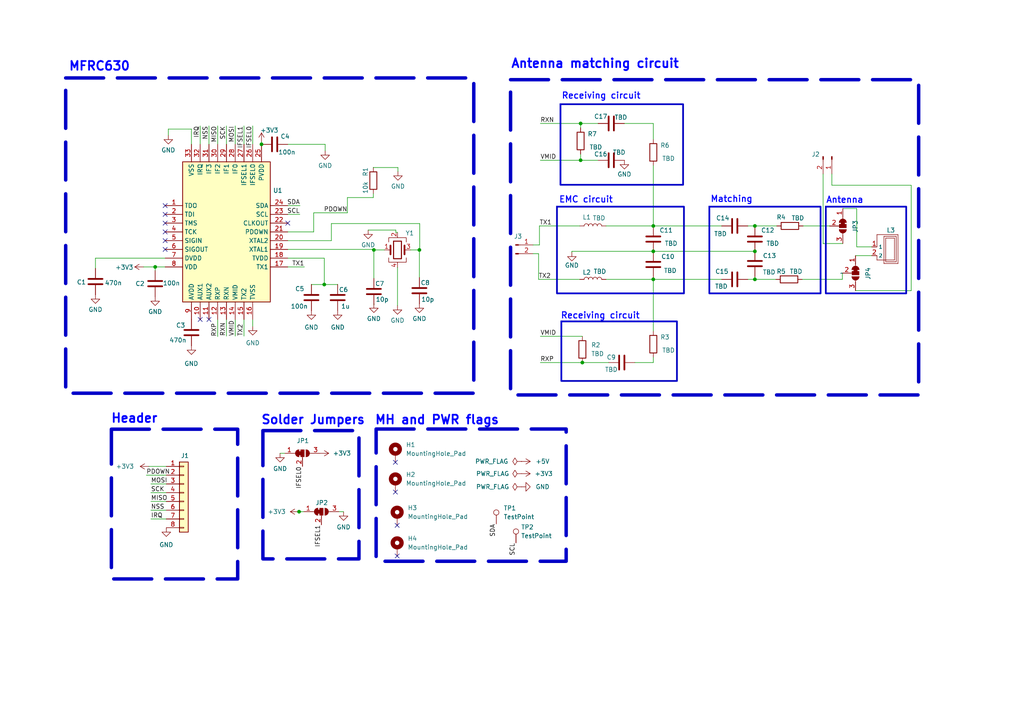
<source format=kicad_sch>
(kicad_sch (version 20230121) (generator eeschema)
  (paper "A4")
  (title_block (title "NFC_Programmer") (date "2023-11-25") (rev "2.0") (company "TycheTools"))
  (lib_symbols
    (symbol "Connector:Conn_01x02_Pin" (pin_names (offset 1.016) hide)
      (property "Reference" "J" (at 0 2.54 0))
      (property "Value" "Conn_01x02_Pin" (at 0 -5.08 0))
      (symbol "Conn_01x02_Pin_1_1"
        (polyline (pts (xy 1.27 -2.54) (xy 0.8636 -2.54)) (stroke (width 0.1524)))
        (polyline (pts (xy 1.27 0) (xy 0.8636 0)) (stroke (width 0.1524)))
        (rectangle (start 0.8636 -2.413) (end 0 -2.667) (stroke (width 0.1524)) (fill (type outline)))
        (rectangle (start 0.8636 0.127) (end 0 -0.127) (stroke (width 0.1524)) (fill (type outline)))
        (pin passive line (at 5.08 0 180) (length 3.81) (name "Pin_1") (number "1"))
        (pin passive line (at 5.08 -2.54 180) (length 3.81) (name "Pin_2") (number "2"))
      )
    )
    (symbol "Connector:TestPoint" (pin_numbers hide) (pin_names (offset 0.762) hide)
      (property "Reference" "TP" (at 0 6.858 0))
      (property "Value" "TestPoint" (at 0 5.08 0))
      (symbol "TestPoint_0_1"
        (circle (center 0 3.302) (radius 0.762))
      )
      (symbol "TestPoint_1_1"
        (pin passive line (at 0 0 90) (length 2.54) (name "1") (number "1"))
      )
    )
    (symbol "Connector_Generic:Conn_01x08" (pin_names (offset 1.016) hide)
      (property "Reference" "J" (at 0 10.16 0))
      (property "Value" "Conn_01x08" (at 0 -12.7 0))
      (symbol "Conn_01x08_1_1"
        (rectangle (start -1.27 -10.033) (end 0 -10.287) (stroke (width 0.1524)))
        (rectangle (start -1.27 -7.493) (end 0 -7.747) (stroke (width 0.1524)))
        (rectangle (start -1.27 -4.953) (end 0 -5.207) (stroke (width 0.1524)))
        (rectangle (start -1.27 -2.413) (end 0 -2.667) (stroke (width 0.1524)))
        (rectangle (start -1.27 0.127) (end 0 -0.127) (stroke (width 0.1524)))
        (rectangle (start -1.27 2.667) (end 0 2.413) (stroke (width 0.1524)))
        (rectangle (start -1.27 5.207) (end 0 4.953) (stroke (width 0.1524)))
        (rectangle (start -1.27 7.747) (end 0 7.493) (stroke (width 0.1524)))
        (rectangle (start -1.27 8.89) (end 1.27 -11.43) (stroke (width 0.254)) (fill (type background)))
        (pin passive line (at -5.08 7.62 0) (length 3.81) (name "Pin_1") (number "1"))
        (pin passive line (at -5.08 5.08 0) (length 3.81) (name "Pin_2") (number "2"))
        (pin passive line (at -5.08 2.54 0) (length 3.81) (name "Pin_3") (number "3"))
        (pin passive line (at -5.08 0 0) (length 3.81) (name "Pin_4") (number "4"))
        (pin passive line (at -5.08 -2.54 0) (length 3.81) (name "Pin_5") (number "5"))
        (pin passive line (at -5.08 -5.08 0) (length 3.81) (name "Pin_6") (number "6"))
        (pin passive line (at -5.08 -7.62 0) (length 3.81) (name "Pin_7") (number "7"))
        (pin passive line (at -5.08 -10.16 0) (length 3.81) (name "Pin_8") (number "8"))
      )
    )
    (symbol "Device:C" (pin_numbers hide) (pin_names (offset 0.254))
      (property "Reference" "C" (at 0.635 2.54 0))
      (property "Value" "C" (at 0.635 -2.54 0))
      (symbol "C_0_1"
        (polyline (pts (xy -2.032 -0.762) (xy 2.032 -0.762)) (stroke (width 0.508)))
        (polyline (pts (xy -2.032 0.762) (xy 2.032 0.762)) (stroke (width 0.508)))
      )
      (symbol "C_1_1"
        (pin passive line (at 0 3.81 270) (length 2.794) (name "~") (number "1"))
        (pin passive line (at 0 -3.81 90) (length 2.794) (name "~") (number "2"))
      )
    )
    (symbol "Device:Crystal_GND24" (pin_names (offset 1.016) hide)
      (property "Reference" "Y" (at 3.175 5.08 0))
      (property "Value" "Crystal_GND24" (at 3.175 3.175 0))
      (symbol "Crystal_GND24_0_1"
        (rectangle (start -1.143 2.54) (end 1.143 -2.54) (stroke (width 0.3048)))
        (polyline (pts (xy -2.54 0) (xy -2.032 0)))
        (polyline (pts (xy -2.032 -1.27) (xy -2.032 1.27)) (stroke (width 0.508)))
        (polyline (pts (xy 0 -3.81) (xy 0 -3.556)))
        (polyline (pts (xy 0 3.556) (xy 0 3.81)))
        (polyline (pts (xy 2.032 -1.27) (xy 2.032 1.27)) (stroke (width 0.508)))
        (polyline (pts (xy 2.032 0) (xy 2.54 0)))
        (polyline (pts (xy -2.54 -2.286) (xy -2.54 -3.556) (xy 2.54 -3.556) (xy 2.54 -2.286)))
        (polyline (pts (xy -2.54 2.286) (xy -2.54 3.556) (xy 2.54 3.556) (xy 2.54 2.286)))
      )
      (symbol "Crystal_GND24_1_1"
        (pin passive line (at -3.81 0 0) (length 1.27) (name "1") (number "1"))
        (pin passive line (at 0 5.08 270) (length 1.27) (name "2") (number "2"))
        (pin passive line (at 3.81 0 180) (length 1.27) (name "3") (number "3"))
        (pin passive line (at 0 -5.08 90) (length 1.27) (name "4") (number "4"))
      )
    )
    (symbol "Device:L" (pin_numbers hide) (pin_names (offset 1.016) hide)
      (property "Reference" "L" (at -1.27 0 90))
      (property "Value" "L" (at 1.905 0 90))
      (symbol "L_0_1"
        (arc (start 0 -2.54) (mid 0.6323 -1.905) (end 0 -1.27))
        (arc (start 0 -1.27) (mid 0.6323 -0.635) (end 0 0))
        (arc (start 0 0) (mid 0.6323 0.635) (end 0 1.27))
        (arc (start 0 1.27) (mid 0.6323 1.905) (end 0 2.54))
      )
      (symbol "L_1_1"
        (pin passive line (at 0 3.81 270) (length 1.27) (name "1") (number "1"))
        (pin passive line (at 0 -3.81 90) (length 1.27) (name "2") (number "2"))
      )
    )
    (symbol "Device:R" (pin_numbers hide) (pin_names (offset 0))
      (property "Reference" "R" (at 2.032 0 90))
      (property "Value" "R" (at 0 0 90))
      (symbol "R_0_1"
        (rectangle (start -1.016 -2.54) (end 1.016 2.54) (stroke (width 0.254)))
      )
      (symbol "R_1_1"
        (pin passive line (at 0 3.81 270) (length 1.27) (name "~") (number "1"))
        (pin passive line (at 0 -3.81 90) (length 1.27) (name "~") (number "2"))
      )
    )
    (symbol "Jumper:SolderJumper_3_Bridged12" (pin_names (offset 0) hide)
      (property "Reference" "JP" (at -2.54 -2.54 0))
      (property "Value" "SolderJumper_3_Bridged12" (at 0 2.794 0))
      (symbol "SolderJumper_3_Bridged12_0_1"
        (rectangle (start -1.016 0.508) (end -0.508 -0.508) (fill (type outline)))
        (arc (start -1.016 1.016) (mid -2.0276 0) (end -1.016 -1.016))
        (arc (start -1.016 1.016) (mid -2.0276 0) (end -1.016 -1.016) (fill (type outline)))
        (rectangle (start -0.508 1.016) (end 0.508 -1.016) (fill (type outline)))
        (polyline (pts (xy -2.54 0) (xy -2.032 0)))
        (polyline (pts (xy -1.016 1.016) (xy -1.016 -1.016)))
        (polyline (pts (xy 0 -1.27) (xy 0 -1.016)))
        (polyline (pts (xy 1.016 1.016) (xy 1.016 -1.016)))
        (polyline (pts (xy 2.54 0) (xy 2.032 0)))
        (arc (start 1.016 -1.016) (mid 2.0276 0) (end 1.016 1.016))
        (arc (start 1.016 -1.016) (mid 2.0276 0) (end 1.016 1.016) (fill (type outline)))
      )
      (symbol "SolderJumper_3_Bridged12_1_1"
        (pin passive line (at -5.08 0 0) (length 2.54) (name "A") (number "1"))
        (pin passive line (at 0 -3.81 90) (length 2.54) (name "C") (number "2"))
        (pin passive line (at 5.08 0 180) (length 2.54) (name "B") (number "3"))
      )
    )
    (symbol "LIB2:Antenna_L"
      (property "Reference" "L" (at 6.35 8.89 0))
      (symbol "Antenna_L_0_1"
        (polyline (pts (xy 10.16 3.81) (xy 15.24 3.81)))
        (polyline (pts (xy 10.16 5.08) (xy 10.16 3.81)))
        (polyline (pts (xy 10.16 7.62) (xy 10.16 7.62)))
        (polyline (pts (xy 10.16 7.62) (xy 10.16 11.176)))
        (polyline (pts (xy 12.192 2.794) (xy 16.256 2.794)))
        (polyline (pts (xy 12.192 10.668) (xy 12.192 2.794)))
        (polyline (pts (xy 15.24 3.81) (xy 15.24 10.16)))
        (polyline (pts (xy 15.24 10.16) (xy 12.7 10.16)))
        (polyline (pts (xy 16.256 2.794) (xy 16.256 11.176)))
        (polyline (pts (xy 16.256 11.176) (xy 10.16 11.176)))
        (polyline (pts (xy 15.748 10.414) (xy 15.748 10.668) (xy 12.192 10.668)))
        (polyline (pts (xy 12.7 10.16) (xy 12.7 3.302) (xy 15.748 3.302) (xy 15.748 10.414)))
      )
      (symbol "Antenna_L_1_0"
        (pin power_in line (at 8.636 7.62 0) (length 1.5) (name "1") (number "1"))
        (pin power_out line (at 8.636 5.08 0) (length 1.5) (name "2") (number "2"))
      )
    )
    (symbol "MFRC63002HN_151:MFRC63002HN,151"
      (property "Reference" "IC" (at 31.75 17.78 0))
      (property "Value" "MFRC63002HN,151" (at 31.75 15.24 0))
      (symbol "MFRC63002HN,151_1_1"
        (rectangle (start 5.08 12.7) (end 30.48 -27.94) (stroke (width 0.254)) (fill (type background)))
        (pin output line (at 0 0 0) (length 5.08) (name "TDO") (number "1"))
        (pin output line (at 10.16 -33.02 90) (length 5.08) (name "AUX1") (number "10"))
        (pin output line (at 12.7 -33.02 90) (length 5.08) (name "AUX2") (number "11"))
        (pin input line (at 15.24 -33.02 90) (length 5.08) (name "RXP") (number "12"))
        (pin input line (at 17.78 -33.02 90) (length 5.08) (name "RXN") (number "13"))
        (pin power_in line (at 20.32 -33.02 90) (length 5.08) (name "VMID") (number "14"))
        (pin output line (at 22.86 -33.02 90) (length 5.08) (name "TX2") (number "15"))
        (pin power_in line (at 25.4 -33.02 90) (length 5.08) (name "TVSS") (number "16"))
        (pin output line (at 35.56 -17.78 180) (length 5.08) (name "TX1") (number "17"))
        (pin power_in line (at 35.56 -15.24 180) (length 5.08) (name "TVDD") (number "18"))
        (pin input line (at 35.56 -12.7 180) (length 5.08) (name "XTAL1") (number "19"))
        (pin input line (at 0 -2.54 0) (length 5.08) (name "TDI") (number "2"))
        (pin output line (at 35.56 -10.16 180) (length 5.08) (name "XTAL2") (number "20"))
        (pin input line (at 35.56 -7.62 180) (length 5.08) (name "PDOWN") (number "21"))
        (pin output line (at 35.56 -5.08 180) (length 5.08) (name "CLKOUT") (number "22"))
        (pin output line (at 35.56 -2.54 180) (length 5.08) (name "SCL") (number "23"))
        (pin bidirectional line (at 35.56 0 180) (length 5.08) (name "SDA") (number "24"))
        (pin power_in line (at 27.94 17.78 270) (length 5.08) (name "PVDD") (number "25"))
        (pin input line (at 25.4 17.78 270) (length 5.08) (name "IFSEL0") (number "26"))
        (pin input line (at 22.86 17.78 270) (length 5.08) (name "IFSEL1") (number "27"))
        (pin bidirectional line (at 20.32 17.78 270) (length 5.08) (name "IF0") (number "28"))
        (pin bidirectional line (at 17.78 17.78 270) (length 5.08) (name "IF1") (number "29"))
        (pin input line (at 0 -5.08 0) (length 5.08) (name "TMS") (number "3"))
        (pin bidirectional line (at 15.24 17.78 270) (length 5.08) (name "IF2") (number "30"))
        (pin bidirectional line (at 12.7 17.78 270) (length 5.08) (name "IF3") (number "31"))
        (pin output line (at 10.16 17.78 270) (length 5.08) (name "IRQ") (number "32"))
        (pin power_in line (at 7.62 17.78 270) (length 5.08) (name "VSS") (number "33"))
        (pin input line (at 0 -7.62 0) (length 5.08) (name "TCK") (number "4"))
        (pin input line (at 0 -10.16 0) (length 5.08) (name "SIGIN") (number "5"))
        (pin output line (at 0 -12.7 0) (length 5.08) (name "SIGOUT") (number "6"))
        (pin power_in line (at 0 -15.24 0) (length 5.08) (name "DVDD") (number "7"))
        (pin power_in line (at 0 -17.78 0) (length 5.08) (name "VDD") (number "8"))
        (pin power_in line (at 7.62 -33.02 90) (length 5.08) (name "AVDD") (number "9"))
      )
    )
    (symbol "Mechanical:MountingHole_Pad" (pin_numbers hide) (pin_names (offset 1.016) hide)
      (property "Reference" "H" (at 0 6.35 0))
      (property "Value" "MountingHole_Pad" (at 0 4.445 0))
      (symbol "MountingHole_Pad_0_1"
        (circle (center 0 1.27) (radius 1.27) (stroke (width 1.27)))
      )
      (symbol "MountingHole_Pad_1_1"
        (pin input line (at 0 -2.54 90) (length 2.54) (name "1") (number "1"))
      )
    )
    (symbol "power:+3V3" (power) (pin_names (offset 0))
      (property "Value" "+3V3" (at 0 3.556 0))
      (symbol "+3V3_0_1"
        (polyline (pts (xy -0.762 1.27) (xy 0 2.54)))
        (polyline (pts (xy 0 0) (xy 0 2.54)))
        (polyline (pts (xy 0 2.54) (xy 0.762 1.27)))
      )
      (symbol "+3V3_1_1"
        (pin power_in line (at 0 0 90) (length 0) hide (name "+3V3") (number "1"))
      )
    )
    (symbol "power:+5V" (power) (pin_names (offset 0))
      (property "Value" "+5V" (at 0 3.556 0))
      (symbol "+5V_0_1"
        (polyline (pts (xy -0.762 1.27) (xy 0 2.54)))
        (polyline (pts (xy 0 0) (xy 0 2.54)))
        (polyline (pts (xy 0 2.54) (xy 0.762 1.27)))
      )
      (symbol "+5V_1_1"
        (pin power_in line (at 0 0 90) (length 0) hide (name "+5V") (number "1"))
      )
    )
    (symbol "power:GND" (power) (pin_names (offset 0))
      (property "Value" "GND" (at 0 -3.81 0))
      (symbol "GND_0_1"
        (polyline (pts (xy 0 0) (xy 0 -1.27) (xy 1.27 -1.27) (xy 0 -2.54) (xy -1.27 -1.27) (xy 0 -1.27)))
      )
      (symbol "GND_1_1"
        (pin power_in line (at 0 0 270) (length 0) hide (name "GND") (number "1"))
      )
    )
    (symbol "power:PWR_FLAG" (power) (pin_numbers hide) (pin_names (offset 0) hide)
      (property "Value" "PWR_FLAG" (at 0 3.81 0))
      (symbol "PWR_FLAG_0_0"
        (pin power_out line (at 0 0 90) (length 0) (name "pwr") (number "1"))
      )
      (symbol "PWR_FLAG_0_1"
        (polyline (pts (xy 0 0) (xy 0 1.27) (xy -1.016 1.905) (xy 0 2.54) (xy 1.016 1.905) (xy 0 1.27)))
      )
    )
  )
  (junction (at 45.0088 77.4192))
  (junction (at 189.484 72.898))
  (junction (at 218.948 81.026))
  (junction (at 218.948 72.898))
  (junction (at 86.741 148.4122))
  (junction (at 189.484 81.026))
  (junction (at 94.0562 82.5246))
  (junction (at 189.484 65.532))
  (junction (at 121.6406 72.4916))
  (junction (at 75.8444 41.8592))
  (junction (at 218.948 65.532))
  (junction (at 108.4326 72.4916))
  (junction (at 168.402 35.814))
  (junction (at 168.91 105.156))
  (junction (at 168.402 46.482))
  (no_connect (at 60.6044 92.6592))
  (no_connect (at 114.681 142.7226))
  (no_connect (at 47.9044 59.6392))
  (no_connect (at 47.9044 64.7192))
  (no_connect (at 115.189 161.2646))
  (no_connect (at 58.0644 92.6592))
  (no_connect (at 83.4644 64.7192))
  (no_connect (at 114.681 134.0866))
  (no_connect (at 115.189 152.3746))
  (no_connect (at 47.9044 72.3392))
  (no_connect (at 47.9044 62.1792))
  (no_connect (at 47.9044 69.7992))
  (no_connect (at 47.9044 67.2592))
  (wire (pts (xy 94.3102 41.8592) (xy 94.3102 43.7134)))
  (wire (pts (xy 238.7346 70.612) (xy 238.7346 50.4698)))
  (wire (pts (xy 121.7422 64.8462) (xy 121.7422 72.4154)))
  (wire (pts (xy 165.862 72.898) (xy 189.484 72.898)))
  (wire (pts (xy 73.3044 92.6592) (xy 73.3044 94.6404)))
  (wire (pts (xy 99.6442 148.4122) (xy 98.298 148.4122)))
  (wire (pts (xy 119.1006 72.4916) (xy 121.6406 72.4916)))
  (wire (pts (xy 189.484 105.156) (xy 184.15 105.156)))
  (wire (pts (xy 114.808 66.7258) (xy 114.808 67.4116)))
  (wire (pts (xy 218.948 81.026) (xy 225.044 81.026)))
  (wire (pts (xy 189.484 65.532) (xy 209.296 65.532)))
  (wire (pts (xy 232.664 81.026) (xy 244.3226 81.026)))
  (wire (pts (xy 43.7642 145.4404) (xy 48.2346 145.4404)))
  (wire (pts (xy 218.948 72.644) (xy 218.948 72.898)))
  (wire (pts (xy 45.0088 77.4192) (xy 47.9044 77.4192)))
  (wire (pts (xy 65.6844 36.5252) (xy 65.6844 41.8592)))
  (wire (pts (xy 240.6396 65.532) (xy 240.6396 65.5574)))
  (wire (pts (xy 94.0562 82.5246) (xy 97.9424 82.5246)))
  (wire (pts (xy 156.718 46.482) (xy 168.402 46.482)))
  (wire (pts (xy 168.402 35.814) (xy 173.482 35.814)))
  (wire (pts (xy 156.21 81.026) (xy 168.148 81.026)))
  (wire (pts (xy 83.4644 72.3392) (xy 108.3564 72.3392)))
  (wire (pts (xy 156.718 97.536) (xy 168.91 97.536)))
  (wire (pts (xy 156.718 35.814) (xy 168.402 35.814)))
  (wire (pts (xy 90.9828 61.722) (xy 100.7618 61.722)))
  (wire (pts (xy 63.1444 92.6592) (xy 63.1444 97.6122)))
  (wire (pts (xy 65.6844 92.6592) (xy 65.6844 97.4852)))
  (wire (pts (xy 115.2906 77.5716) (xy 115.2906 88.6206)))
  (wire (pts (xy 108.4326 88.3666) (xy 108.4326 88.1126)))
  (wire (pts (xy 100.7618 57.3024) (xy 108.2802 57.3024)))
  (wire (pts (xy 108.2802 48.5902) (xy 108.2802 48.5648)))
  (wire (pts (xy 121.6406 72.4916) (xy 121.6406 80.4926)))
  (wire (pts (xy 168.402 44.704) (xy 168.402 46.482)))
  (wire (pts (xy 90.9828 67.2592) (xy 83.4644 67.2592)))
  (wire (pts (xy 43.7642 147.9804) (xy 48.2346 147.9804)))
  (wire (pts (xy 106.7816 66.7258) (xy 114.808 66.7258)))
  (wire (pts (xy 264.287 84.3026) (xy 264.287 53.721)))
  (wire (pts (xy 181.102 35.814) (xy 189.484 35.814)))
  (wire (pts (xy 189.484 72.898) (xy 218.948 72.898)))
  (wire (pts (xy 154.6098 73.5838) (xy 156.21 73.5838)))
  (wire (pts (xy 100.7618 61.722) (xy 100.7618 57.3024)))
  (wire (pts (xy 189.484 81.026) (xy 189.484 96.012)))
  (wire (pts (xy 27.686 74.8792) (xy 47.9044 74.8792)))
  (wire (pts (xy 238.76 70.612) (xy 238.7346 70.612)))
  (wire (pts (xy 108.3564 72.3392) (xy 108.3564 72.4916)))
  (wire (pts (xy 252.8316 71.6026) (xy 248.4882 71.6026)))
  (wire (pts (xy 45.0088 77.4192) (xy 45.0088 78.4606)))
  (wire (pts (xy 218.948 65.532) (xy 225.298 65.532)))
  (wire (pts (xy 73.3044 36.5252) (xy 73.3044 41.8592)))
  (wire (pts (xy 90.3224 82.5246) (xy 90.3224 82.4992)))
  (wire (pts (xy 83.4644 69.7992) (xy 96.1136 69.7992)))
  (wire (pts (xy 165.862 72.898) (xy 165.862 73.152)))
  (wire (pts (xy 108.3564 72.4916) (xy 108.4326 72.4916)))
  (wire (pts (xy 216.916 65.532) (xy 218.948 65.532)))
  (wire (pts (xy 244.3226 81.026) (xy 244.3226 79.2226)))
  (wire (pts (xy 156.464 65.532) (xy 168.148 65.532)))
  (wire (pts (xy 189.484 35.814) (xy 189.484 40.386)))
  (wire (pts (xy 108.2802 56.1848) (xy 108.2802 57.3024)))
  (wire (pts (xy 175.768 65.532) (xy 189.484 65.532)))
  (wire (pts (xy 42.4434 137.8204) (xy 48.2346 137.8204)))
  (wire (pts (xy 70.7644 92.6592) (xy 70.7644 97.4852)))
  (wire (pts (xy 189.484 81.026) (xy 189.484 80.518)))
  (wire (pts (xy 27.686 74.8792) (xy 27.686 77.851)))
  (wire (pts (xy 189.484 72.898) (xy 189.484 73.152)))
  (wire (pts (xy 86.7156 148.4122) (xy 86.741 148.4122)))
  (wire (pts (xy 68.2244 92.6592) (xy 68.2244 97.4852)))
  (wire (pts (xy 108.2802 48.5902) (xy 115.4176 48.5902)))
  (wire (pts (xy 83.4644 74.8792) (xy 94.0562 74.8792)))
  (wire (pts (xy 83.4644 77.4192) (xy 88.2904 77.4192)))
  (wire (pts (xy 248.4882 60.4774) (xy 248.4882 71.6026)))
  (wire (pts (xy 97.9424 82.5246) (xy 97.9424 82.4992)))
  (wire (pts (xy 218.948 80.264) (xy 218.948 81.026)))
  (wire (pts (xy 58.0644 36.5252) (xy 58.0644 41.8592)))
  (wire (pts (xy 90.3224 82.5246) (xy 94.0562 82.5246)))
  (wire (pts (xy 264.287 53.721) (xy 241.2746 53.721)))
  (wire (pts (xy 189.484 81.026) (xy 209.296 81.026)))
  (wire (pts (xy 48.8188 37.4396) (xy 48.8188 39.2176)))
  (wire (pts (xy 86.9696 62.1792) (xy 83.4644 62.1792)))
  (wire (pts (xy 41.6306 77.4192) (xy 45.0088 77.4192)))
  (wire (pts (xy 96.1136 64.8462) (xy 121.7422 64.8462)))
  (wire (pts (xy 68.2244 36.5252) (xy 68.2244 41.8592)))
  (wire (pts (xy 43.7642 142.9004) (xy 48.2346 142.9004)))
  (wire (pts (xy 115.4176 49.7332) (xy 115.4176 48.5902)))
  (wire (pts (xy 168.402 46.482) (xy 173.482 46.482)))
  (wire (pts (xy 81.2292 131.4704) (xy 82.6516 131.4704)))
  (wire (pts (xy 63.1444 36.5252) (xy 63.1444 41.8592)))
  (wire (pts (xy 248.1326 74.1426) (xy 252.8316 74.1426)))
  (wire (pts (xy 238.76 70.612) (xy 238.76 70.6374)))
  (wire (pts (xy 248.4882 60.4774) (xy 244.4496 60.4774)))
  (wire (pts (xy 108.4326 72.4916) (xy 111.4806 72.4916)))
  (wire (pts (xy 121.7422 72.4154) (xy 121.6406 72.4154)))
  (wire (pts (xy 90.9828 61.722) (xy 90.9828 67.2592)))
  (wire (pts (xy 168.402 35.814) (xy 168.402 37.084)))
  (wire (pts (xy 94.0562 74.8792) (xy 94.0562 82.5246)))
  (wire (pts (xy 156.718 105.156) (xy 168.91 105.156)))
  (wire (pts (xy 248.1326 84.3026) (xy 264.287 84.3026)))
  (wire (pts (xy 232.918 65.532) (xy 240.6396 65.532)))
  (wire (pts (xy 189.484 103.632) (xy 189.484 105.156)))
  (wire (pts (xy 241.2746 50.4698) (xy 241.2746 53.721)))
  (wire (pts (xy 218.948 73.152) (xy 218.948 72.898)))
  (wire (pts (xy 114.808 67.4116) (xy 115.2906 67.4116)))
  (wire (pts (xy 189.484 48.006) (xy 189.484 65.532)))
  (wire (pts (xy 86.741 148.4122) (xy 88.138 148.4122)))
  (wire (pts (xy 87.0204 59.6392) (xy 83.4644 59.6392)))
  (wire (pts (xy 43.7642 140.3604) (xy 48.2346 140.3604)))
  (wire (pts (xy 108.4326 72.4916) (xy 108.4326 80.7466)))
  (wire (pts (xy 43.2054 135.2804) (xy 48.2346 135.2804)))
  (wire (pts (xy 154.6098 71.0438) (xy 156.464 71.0438)))
  (wire (pts (xy 175.768 81.026) (xy 189.484 81.026)))
  (wire (pts (xy 43.7642 150.5204) (xy 48.2346 150.5204)))
  (wire (pts (xy 96.1136 64.8462) (xy 96.1136 69.7992)))
  (wire (pts (xy 75.8444 41.0972) (xy 75.8444 41.8592)))
  (wire (pts (xy 121.6406 72.4154) (xy 121.6406 72.4916)))
  (wire (pts (xy 156.21 73.5838) (xy 156.21 81.026)))
  (wire (pts (xy 48.8188 37.4396) (xy 55.5244 37.4396)))
  (wire (pts (xy 60.6044 36.5252) (xy 60.6044 41.8592)))
  (wire (pts (xy 70.7644 36.5252) (xy 70.7644 41.8592)))
  (wire (pts (xy 216.916 81.026) (xy 218.948 81.026)))
  (wire (pts (xy 83.4644 41.8592) (xy 94.3102 41.8592)))
  (wire (pts (xy 168.91 105.156) (xy 176.53 105.156)))
  (wire (pts (xy 238.76 70.6374) (xy 244.4496 70.6374)))
  (wire (pts (xy 156.464 71.0438) (xy 156.464 65.532)))
  (wire (pts (xy 55.5244 41.8592) (xy 55.5244 37.4396)))
  (rectangle (start 205.74 59.944) (end 237.998 85.09) (stroke (width 0.5)))
  (rectangle (start 148.082 23.114) (end 266.446 114.554) (stroke (width 1) (type dash)))
  (rectangle (start 161.544 59.944) (end 198.374 85.09) (stroke (width 0.5)))
  (rectangle (start 239.522 59.944) (end 262.8392 85.09) (stroke (width 0.5)))
  (rectangle (start 76.2508 124.8918) (end 104.1146 162.1028) (stroke (width 1) (type dash)))
  (rectangle (start 32.3088 124.4854) (end 68.9356 167.9194) (stroke (width 1) (type dash)))
  (rectangle (start 109.093 124.4346) (end 164.211 162.7886) (stroke (width 1) (type dash)))
  (rectangle (start 162.814 93.218) (end 196.342 110.49) (stroke (width 0.5)))
  (rectangle (start 19.05 22.606) (end 137.414 114.046) (stroke (width 1) (type dash)))
  (rectangle (start 162.56 30.226) (end 198.12 53.594) (stroke (width 0.5)))
  (text "EMC circuit\n\n" (at 162.052 61.976 0) (effects (font (size 1.8 1.8) (thickness 0.3) bold) (justify left bottom)))
  (text "Receiving circuit\n" (at 162.56 92.71 0) (effects (font (size 1.8 1.8) (thickness 0.3) bold) (justify left bottom)))
  (text "Solder Jumpers\n" (at 75.6158 123.3932 0) (effects (font (size 2.54 2.54) (thickness 0.508) bold) (justify left bottom)))
  (text "MH and PWR flags" (at 108.585 123.4186 0) (effects (font (size 2.54 2.54) (thickness 0.508) bold) (justify left bottom)))
  (text "Matching\n" (at 205.994 58.928 0) (effects (font (size 1.8 1.8) (thickness 0.3) bold) (justify left bottom)))
  (text "Antenna\n" (at 239.522 59.182 0) (effects (font (size 1.8 1.8) (thickness 0.3) bold) (justify left bottom)))
  (text "Antenna matching circuit" (at 148.082 20.066 0) (effects (font (size 2.54 2.54) (thickness 0.508) bold) (justify left bottom)))
  (text "Header" (at 32.0548 122.9614 0) (effects (font (size 2.54 2.54) (thickness 0.508) bold) (justify left bottom)))
  (text "MFRC630" (at 19.812 20.828 0) (effects (font (size 2.54 2.54) (thickness 0.508) bold) (justify left bottom)))
  (text "Receiving circuit\n" (at 162.814 28.956 0) (effects (font (size 1.8 1.8) (thickness 0.3) bold) (justify left bottom)))
  (label "SCK" (at 65.6844 36.5252 270))
  (label "PDOWN" (at 42.4434 137.8204 0))
  (label "SCK" (at 43.7642 142.9004 0))
  (label "SDA" (at 87.0204 59.6392 180))
  (label "SDA" (at 143.9418 151.9428 270))
  (label "RXP" (at 63.1444 97.6122 90))
  (label "RXN" (at 156.718 35.814 0))
  (label "PDOWN" (at 100.7618 61.722 180))
  (label "VMID" (at 156.718 46.482 0))
  (label "IFSEL1" (at 70.7644 36.5252 270))
  (label "IFSEL0" (at 73.3044 36.5252 270))
  (label "MISO" (at 63.1444 36.5252 270))
  (label "VMID" (at 156.718 97.536 0))
  (label "IFSEL0" (at 87.7316 135.2804 270))
  (label "IFSEL1" (at 93.218 152.2222 270))
  (label "TX1" (at 156.464 65.532 0))
  (label "RXN" (at 65.6844 97.4852 90))
  (label "VMID" (at 68.2244 97.4852 90))
  (label "NSS" (at 43.7642 147.9804 0))
  (label "MOSI" (at 43.7642 140.3604 0))
  (label "NSS" (at 60.6044 36.5252 270))
  (label "MISO" (at 43.7642 145.4404 0))
  (label "RXP" (at 156.718 105.156 0))
  (label "IRQ" (at 43.7642 150.5204 0))
  (label "TX1" (at 88.2904 77.4192 180))
  (label "SCL" (at 86.9696 62.1792 180))
  (label "IRQ" (at 58.0644 36.5252 270))
  (label "TX2" (at 156.21 81.026 0))
  (label "TX2" (at 70.7644 97.4852 90))
  (label "MOSI" (at 68.2244 36.5252 270))
  (label "SCL" (at 149.6568 157.4546 270))
  (symbol (lib_id "power:GND") (at 81.2292 131.4704 0) (unit 1)
    (property "Reference" "#PWR08" (effects hide))
    (property "Value" "GND" (at 81.2292 135.9408 0))
  )
  (symbol (lib_id "LIB2:Antenna_L") (at 244.1956 79.2226 0) (unit 1)
    (property "Reference" "L3" (at 257.1496 66.7766 0) (effects (justify left)))
    (property "Value" "~" (at 244.1956 79.2226 0))
  )
  (symbol (lib_id "power:GND") (at 48.8188 39.2176 0) (unit 1)
    (property "Reference" "#PWR06" (effects hide))
    (property "Value" "GND" (at 48.8188 43.5356 0))
  )
  (symbol (lib_id "power:GND") (at 94.3102 43.7134 0) (unit 1)
    (property "Reference" "#PWR010" (effects hide))
    (property "Value" "GND" (at 94.3102 48.0314 0))
  )
  (symbol (lib_id "Connector:TestPoint") (at 149.6568 157.4546 0) (unit 1)
    (property "Reference" "TP2" (at 151.13 152.8826 0) (effects (justify left)))
    (property "Value" "TestPoint" (at 151.13 155.4226 0) (effects (justify left)))
    (property "Footprint" "TestPoint:TestPoint_Pad_1.0x1.0mm" (effects hide))
  )
  (symbol (lib_id "power:+3V3") (at 86.741 148.4122 90) (unit 1)
    (property "Reference" "#PWR07" (effects hide))
    (property "Value" "+3V3" (at 82.9056 148.4122 90) (effects (justify left)))
  )
  (symbol (lib_id "Device:R") (at 168.91 101.346 0) (unit 1)
    (property "Reference" "R2" (at 171.45 100.076 0) (effects (justify left)))
    (property "Value" "TBD" (at 171.45 102.616 0) (effects (justify left)))
    (property "Footprint" "Resistor_SMD:R_0603_1608Metric_Pad0.98x0.95mm_HandSolder" (effects hide))
  )
  (symbol (lib_id "power:PWR_FLAG") (at 151.257 137.3886 90) (unit 1)
    (property "Reference" "#FLG02" (effects hide))
    (property "Value" "PWR_FLAG" (at 147.701 137.3886 90) (effects (justify left)))
    (property "Footprint" "TestPoint:TestPoint_Loop_D1.80mm_Drill1.0mm_Beaded" (effects hide))
  )
  (symbol (lib_id "Jumper:SolderJumper_3_Bridged12") (at 93.218 148.4122 0) (unit 1)
    (property "Reference" "JP2" (at 93.3196 145.8214 0))
    (property "Value" "SolderJumper_3_Bridged12" (effects hide))
    (property "Footprint" "Jumper:SolderJumper-3_P1.3mm_Bridged12_Pad1.0x1.5mm_NumberLabels" (effects hide))
  )
  (symbol (lib_id "Device:C") (at 213.106 65.532 90) (unit 1)
    (property "Reference" "C14" (at 211.582 63.246 90) (effects (justify left)))
    (property "Value" "TBD" (at 210.82 67.818 90) (effects (justify left)))
    (property "Footprint" "Capacitor_SMD:C_0603_1608Metric_Pad1.08x0.95mm_HandSolder" (effects hide))
  )
  (symbol (lib_id "Mechanical:MountingHole_Pad") (at 115.189 149.8346 0) (unit 1)
    (property "Reference" "H3" (at 118.237 147.2946 0) (effects (justify left)))
    (property "Value" "MountingHole_Pad" (at 118.237 149.8346 0) (effects (justify left)))
    (property "Footprint" "MountingHole:MountingHole_3mm" (effects hide))
  )
  (symbol (lib_id "Device:C") (at 45.0088 82.2706 0) (mirror y) (unit 1)
    (property "Reference" "C2" (at 41.9608 82.2706 0) (effects (justify left)))
    (property "Value" "100n" (at 52.2224 82.1182 0) (effects (justify left)))
    (property "Footprint" "Capacitor_SMD:C_0603_1608Metric_Pad1.08x0.95mm_HandSolder" (effects hide))
  )
  (symbol (lib_id "Device:C") (at 108.4326 84.5566 0) (mirror y) (unit 1)
    (property "Reference" "C7" (at 111.4806 82.2706 0) (effects (justify left)))
    (property "Value" "10p" (at 112.7506 86.8426 0) (effects (justify left)))
    (property "Footprint" "Capacitor_SMD:C_0603_1608Metric_Pad1.08x0.95mm_HandSolder" (effects hide))
  )
  (symbol (lib_id "power:GND") (at 106.7816 66.7258 0) (unit 1)
    (property "Reference" "#PWR021" (effects hide))
    (property "Value" "GND" (at 106.7816 71.0438 0))
  )
  (symbol (lib_id "power:+3V3") (at 92.8116 131.4704 270) (unit 1)
    (property "Reference" "#PWR026" (effects hide))
    (property "Value" "+3V3" (at 96.52 131.4704 90) (effects (justify left)))
  )
  (symbol (lib_id "Device:C") (at 218.948 76.454 0) (unit 1)
    (property "Reference" "C13" (at 221.234 74.168 0) (effects (justify left)))
    (property "Value" "TBD" (at 221.2086 78.9432 0) (effects (justify left)))
    (property "Footprint" "Capacitor_SMD:C_0603_1608Metric_Pad1.08x0.95mm_HandSolder" (effects hide))
  )
  (symbol (lib_id "Mechanical:MountingHole_Pad") (at 114.681 131.5466 0) (unit 1)
    (property "Reference" "H1" (at 117.729 129.0066 0) (effects (justify left)))
    (property "Value" "MountingHole_Pad" (at 117.729 131.5466 0) (effects (justify left)))
    (property "Footprint" "MountingHole:MountingHole_3mm" (effects hide))
  )
  (symbol (lib_id "Device:C") (at 189.484 69.342 0) (unit 1)
    (property "Reference" "C11" (at 191.262 66.802 0) (effects (justify left)))
    (property "Value" "TBD" (at 192.786 70.612 0) (effects (justify left)))
    (property "Footprint" "Capacitor_SMD:C_0603_1608Metric_Pad1.08x0.95mm_HandSolder" (effects hide))
  )
  (symbol (lib_id "power:+3V3") (at 151.257 137.3886 270) (unit 1)
    (property "Reference" "#PWR032" (effects hide))
    (property "Value" "+3V3" (at 155.067 137.3886 90) (effects (justify left)))
  )
  (symbol (lib_id "Device:C") (at 79.6544 41.8592 90) (unit 1)
    (property "Reference" "C4" (at 82.7024 39.5732 90))
    (property "Value" "100n" (at 83.2104 44.1452 90))
    (property "Footprint" "Capacitor_SMD:C_0603_1608Metric_Pad1.08x0.95mm_HandSolder" (effects hide))
  )
  (symbol (lib_id "Device:C") (at 90.3224 86.3092 0) (mirror y) (unit 1)
    (property "Reference" "C5" (at 88.2904 83.7692 0) (effects (justify left)))
    (property "Value" "100n" (at 89.3064 88.8492 0) (effects (justify left)))
    (property "Footprint" "Capacitor_SMD:C_0603_1608Metric_Pad1.08x0.95mm_HandSolder" (effects hide))
  )
  (symbol (lib_id "power:GND") (at 181.102 46.482 0) (unit 1)
    (property "Reference" "#PWR018" (effects hide))
    (property "Value" "GND" (at 181.102 50.546 0))
  )
  (symbol (lib_id "Jumper:SolderJumper_3_Bridged12") (at 87.7316 131.4704 0) (unit 1)
    (property "Reference" "JP1" (at 87.8332 127.8382 0))
    (property "Value" "SolderJumper_3_Bridged12" (effects hide))
    (property "Footprint" "Jumper:SolderJumper-3_P1.3mm_Bridged12_Pad1.0x1.5mm_NumberLabels" (effects hide))
  )
  (symbol (lib_id "power:GND") (at 48.2346 153.0604 0) (unit 1)
    (property "Reference" "#PWR020" (effects hide))
    (property "Value" "GND" (at 48.2346 158.0134 0))
  )
  (symbol (lib_id "Device:R") (at 108.2802 52.3748 180) (unit 1)
    (property "Reference" "R1" (at 105.9942 49.8348 90))
    (property "Value" "10k" (at 105.9942 54.4068 90))
    (property "Footprint" "Resistor_SMD:R_0603_1608Metric_Pad0.98x0.95mm_HandSolder" (effects hide))
  )
  (symbol (lib_id "power:PWR_FLAG") (at 151.257 133.8326 90) (unit 1)
    (property "Reference" "#FLG01" (effects hide))
    (property "Value" "PWR_FLAG" (at 147.447 133.8326 90) (effects (justify left)))
    (property "Footprint" "TestPoint:TestPoint_Loop_D1.80mm_Drill1.0mm_Beaded" (effects hide))
  )
  (symbol (lib_id "MFRC63002HN_151:MFRC63002HN,151") (at 47.9044 59.6392 0) (unit 1)
    (property "Reference" "U1" (at 80.5688 55.2511 0))
    (property "Value" "MFRC63002HN,151" (effects hide))
    (property "Footprint" "Library3:MFRC630_MOUSER" (effects hide))
    (property "Datasheet" "http://www.nxp.com/docs/en/data-sheet/MFRC630.pdf" (effects hide))
    (property "Height" "1" (effects hide))
    (property "Manufacturer_Name" "NXP" (effects hide))
    (property "Manufacturer_Part_Number" "MFRC63002HN,151" (effects hide))
    (property "Mouser Part Number" "771-MFRC63002HN151" (effects hide))
    (property "Mouser Price/Stock" "https://www.mouser.co.uk/ProductDetail/NXP-Semiconductors/MFRC63002HN151?qs=NQoTdinTi9Gyn8oEeCX95Q%3D%3D" (effects hide))
    (property "Arrow Part Number" "MFRC63002HN,151" (effects hide))
    (property "Arrow Price/Stock" "https://www.arrow.com/en/products/mfrc63002hn151/nxp-semiconductors?region=nac" (effects hide))
  )
  (symbol (lib_id "Mechanical:MountingHole_Pad") (at 114.681 140.1826 0) (unit 1)
    (property "Reference" "H2" (at 117.729 137.6426 0) (effects (justify left)))
    (property "Value" "MountingHole_Pad" (at 117.729 140.1826 0) (effects (justify left)))
    (property "Footprint" "MountingHole:MountingHole_3mm" (effects hide))
  )
  (symbol (lib_id "Device:C") (at 213.106 81.026 90) (unit 1)
    (property "Reference" "C15" (at 211.328 78.74 90) (effects (justify left)))
    (property "Value" "TBD" (at 211.074 83.058 90) (effects (justify left)))
    (property "Footprint" "Capacitor_SMD:C_0603_1608Metric_Pad1.08x0.95mm_HandSolder" (effects hide))
  )
  (symbol (lib_id "Device:R") (at 168.402 40.894 0) (unit 1)
    (property "Reference" "R7" (at 170.434 38.862 0) (effects (justify left)))
    (property "Value" "TBD" (at 170.942 42.672 0) (effects (justify left)))
    (property "Footprint" "Resistor_SMD:R_0603_1608Metric_Pad0.98x0.95mm_HandSolder" (effects hide))
  )
  (symbol (lib_id "power:+5V") (at 151.257 133.8326 270) (unit 1)
    (property "Reference" "#PWR031" (effects hide))
    (property "Value" "+5V" (at 155.321 133.8326 90) (effects (justify left)))
  )
  (symbol (lib_id "power:GND") (at 151.257 141.1986 90) (unit 1)
    (property "Reference" "#PWR033" (effects hide))
    (property "Value" "GND" (at 155.321 141.1986 90) (effects (justify right)))
  )
  (symbol (lib_id "Device:L") (at 171.958 65.532 90) (unit 1)
    (property "Reference" "L1" (at 170.18 62.992 90))
    (property "Value" "TBD" (at 173.736 63.246 90))
    (property "Footprint" "Inductor_SMD:L_0603_1608Metric_Pad1.05x0.95mm_HandSolder" (effects hide))
  )
  (symbol (lib_id "Device:R") (at 189.484 44.196 0) (unit 1)
    (property "Reference" "R6" (at 191.516 42.164 0) (effects (justify left)))
    (property "Value" "TBD" (at 192.024 45.974 0) (effects (justify left)))
    (property "Footprint" "Resistor_SMD:R_0603_1608Metric_Pad0.98x0.95mm_HandSolder" (effects hide))
  )
  (symbol (lib_id "Device:Crystal_GND24") (at 115.2906 72.4916 0) (unit 1)
    (property "Reference" "Y1" (at 118.8466 67.6148 0))
    (property "Value" "Crystal_27.12MHz" (effects hide))
    (property "Footprint" "Crystal:Crystal_SMD_2016-4Pin_2.0x1.6mm" (effects hide))
    (property "Datasheet" "https://www.mouser.mx/datasheet/2/122/ECX_1637B2-2400564.pdf" (effects hide))
  )
  (symbol (lib_id "power:GND") (at 115.2906 88.6206 0) (unit 1)
    (property "Reference" "#PWR013" (effects hide))
    (property "Value" "GND" (at 115.2906 92.9386 0))
  )
  (symbol (lib_id "Connector:Conn_01x02_Pin") (at 241.2746 45.3898 270) (unit 1)
    (property "Reference" "J2" (at 235.3818 44.7548 90) (effects (justify left)))
    (property "Value" "Conn_01x02_Pin" (effects hide))
    (property "Footprint" "Connector_PinHeader_2.54mm:PinHeader_1x02_P2.54mm_Vertical" (effects hide))
  )
  (symbol (lib_id "Device:C") (at 97.9424 86.3092 0) (mirror y) (unit 1)
    (property "Reference" "C6" (at 100.9904 84.0232 0) (effects (justify left)))
    (property "Value" "1u" (at 101.4984 88.8492 0) (effects (justify left)))
    (property "Footprint" "Capacitor_SMD:C_0603_1608Metric_Pad1.08x0.95mm_HandSolder" (effects hide))
  )
  (symbol (lib_id "power:GND") (at 73.3044 94.6404 0) (unit 1)
    (property "Reference" "#PWR05" (effects hide))
    (property "Value" "GND" (at 73.3044 99.4664 0))
  )
  (symbol (lib_id "Device:C") (at 177.292 35.814 90) (unit 1)
    (property "Reference" "C17" (at 174.244 33.782 90))
    (property "Value" "TBD" (at 180.086 34.036 90))
    (property "Footprint" "Capacitor_SMD:C_0603_1608Metric_Pad1.08x0.95mm_HandSolder" (effects hide))
  )
  (symbol (lib_id "power:+3V3") (at 75.8444 41.0972 0) (unit 1)
    (property "Reference" "#PWR09" (effects hide))
    (property "Value" "+3V3" (at 78.1304 37.7952 0))
  )
  (symbol (lib_id "power:GND") (at 99.6442 148.4122 0) (unit 1)
    (property "Reference" "#PWR022" (effects hide))
    (property "Value" "GND" (at 99.6442 152.8826 0))
  )
  (symbol (lib_id "Jumper:SolderJumper_3_Bridged12") (at 248.1326 79.2226 270) (unit 1)
    (property "Reference" "JP4" (at 251.7648 79.3242 0))
    (property "Value" "SolderJumper_3_Bridged12" (effects hide))
    (property "Footprint" "Jumper:SolderJumper-3_P1.3mm_Bridged12_Pad1.0x1.5mm_NumberLabels" (effects hide))
  )
  (symbol (lib_id "power:GND") (at 45.0088 86.0806 0) (unit 1)
    (property "Reference" "#PWR02" (effects hide))
    (property "Value" "GND" (at 45.0088 90.3986 0))
  )
  (symbol (lib_id "Mechanical:MountingHole_Pad") (at 115.189 158.7246 0) (unit 1)
    (property "Reference" "H4" (at 118.237 156.1846 0) (effects (justify left)))
    (property "Value" "MountingHole_Pad" (at 118.237 158.7246 0) (effects (justify left)))
    (property "Footprint" "MountingHole:MountingHole_3mm" (effects hide))
  )
  (symbol (lib_id "Connector:TestPoint") (at 143.9418 151.9428 0) (unit 1)
    (property "Reference" "TP1" (at 146.05 147.3708 0) (effects (justify left)))
    (property "Value" "TestPoint" (at 146.05 149.9108 0) (effects (justify left)))
    (property "Footprint" "TestPoint:TestPoint_Pad_1.0x1.0mm" (effects hide))
  )
  (symbol (lib_id "Device:C") (at 121.6406 84.3026 0) (mirror y) (unit 1)
    (property "Reference" "C8" (at 124.6886 82.0166 0) (effects (justify left)))
    (property "Value" "10p" (at 125.9586 86.8426 0) (effects (justify left)))
    (property "Footprint" "Capacitor_SMD:C_0603_1608Metric_Pad1.08x0.95mm_HandSolder" (effects hide))
  )
  (symbol (lib_id "power:+3V3") (at 43.2054 135.2804 90) (unit 1)
    (property "Reference" "#PWR019" (effects hide))
    (property "Value" "+3V3" (at 38.8874 135.2804 90) (effects (justify left)))
  )
  (symbol (lib_id "Device:C") (at 55.5244 96.4692 0) (mirror y) (unit 1)
    (property "Reference" "C3" (at 53.7464 94.361 0) (effects (justify left)))
    (property "Value" "470n" (at 54.102 98.679 0) (effects (justify left)))
    (property "Footprint" "Capacitor_SMD:C_0603_1608Metric_Pad1.08x0.95mm_HandSolder" (effects hide))
  )
  (symbol (lib_id "power:GND") (at 90.3224 90.1192 0) (unit 1)
    (property "Reference" "#PWR011" (effects hide))
    (property "Value" "GND" (at 90.3224 94.9452 0))
  )
  (symbol (lib_id "Device:R") (at 189.484 99.822 0) (unit 1)
    (property "Reference" "R3" (at 191.516 97.79 0) (effects (justify left)))
    (property "Value" "TBD" (at 192.024 101.6 0) (effects (justify left)))
    (property "Footprint" "Resistor_SMD:R_0603_1608Metric_Pad0.98x0.95mm_HandSolder" (effects hide))
  )
  (symbol (lib_id "Device:C") (at 189.484 76.708 0) (unit 1)
    (property "Reference" "C10" (at 191.77 74.422 0) (effects (justify left)))
    (property "Value" "TBD" (at 192.532 78.486 0) (effects (justify left)))
    (property "Footprint" "Capacitor_SMD:C_0603_1608Metric_Pad1.08x0.95mm_HandSolder" (effects hide))
  )
  (symbol (lib_id "Device:L") (at 171.958 81.026 90) (unit 1)
    (property "Reference" "L2" (at 170.18 78.994 90))
    (property "Value" "TBD" (at 173.99 78.74 90))
    (property "Footprint" "Inductor_SMD:L_0603_1608Metric_Pad1.05x0.95mm_HandSolder" (effects hide))
  )
  (symbol (lib_id "power:GND") (at 121.6406 88.1126 0) (unit 1)
    (property "Reference" "#PWR014" (effects hide))
    (property "Value" "GND" (at 121.6406 92.4306 0))
  )
  (symbol (lib_id "power:GND") (at 115.4176 49.7332 0) (unit 1)
    (property "Reference" "#PWR016" (effects hide))
    (property "Value" "GND" (at 115.4176 54.0512 0))
  )
  (symbol (lib_id "power:+3V3") (at 41.6306 77.4192 90) (unit 1)
    (property "Reference" "#PWR03" (effects hide))
    (property "Value" "+3V3" (at 38.7096 77.5462 90) (effects (justify left)))
  )
  (symbol (lib_id "Device:C") (at 180.34 105.156 90) (unit 1)
    (property "Reference" "C9" (at 177.292 103.632 90))
    (property "Value" "TBD" (at 177.292 107.188 90))
    (property "Footprint" "Capacitor_SMD:C_0603_1608Metric_Pad1.08x0.95mm_HandSolder" (effects hide))
  )
  (symbol (lib_id "Device:C") (at 177.292 46.482 90) (unit 1)
    (property "Reference" "C16" (at 174.244 44.704 90))
    (property "Value" "TBD" (at 179.578 44.196 90))
    (property "Footprint" "Capacitor_SMD:C_0603_1608Metric_Pad1.08x0.95mm_HandSolder" (effects hide))
  )
  (symbol (lib_id "power:GND") (at 165.862 73.152 0) (unit 1)
    (property "Reference" "#PWR017" (effects hide))
    (property "Value" "GND" (at 165.862 76.962 0))
  )
  (symbol (lib_id "Connector_Generic:Conn_01x08") (at 53.3146 142.9004 0) (unit 1)
    (property "Reference" "J1" (at 52.4256 132.1816 0) (effects (justify left)))
    (property "Value" "Conn_01x08" (effects hide))
    (property "Footprint" "Connector_PinHeader_2.54mm:PinHeader_1x08_P2.54mm_Vertical" (effects hide))
  )
  (symbol (lib_id "power:GND") (at 55.5244 100.2792 0) (unit 1)
    (property "Reference" "#PWR04" (effects hide))
    (property "Value" "GND" (at 55.499 105.4608 0))
  )
  (symbol (lib_id "power:GND") (at 108.4326 88.1126 0) (unit 1)
    (property "Reference" "#PWR015" (effects hide))
    (property "Value" "GND" (at 108.4326 92.4306 0))
  )
  (symbol (lib_id "power:GND") (at 27.686 85.471 0) (unit 1)
    (property "Reference" "#PWR01" (effects hide))
    (property "Value" "GND" (at 27.686 89.789 0))
  )
  (symbol (lib_id "power:GND") (at 97.9424 90.1192 0) (unit 1)
    (property "Reference" "#PWR012" (effects hide))
    (property "Value" "GND" (at 97.9424 94.9452 0))
  )
  (symbol (lib_id "Device:R") (at 228.854 81.026 90) (unit 1)
    (property "Reference" "R5" (at 226.568 78.74 90))
    (property "Value" "TBD" (at 230.886 78.74 90))
    (property "Footprint" "Resistor_SMD:R_0603_1608Metric_Pad0.98x0.95mm_HandSolder" (effects hide))
  )
  (symbol (lib_id "Device:R") (at 229.108 65.532 90) (unit 1)
    (property "Reference" "R4" (at 226.568 62.992 90))
    (property "Value" "TBD" (at 231.394 63.246 90))
    (property "Footprint" "Resistor_SMD:R_0603_1608Metric_Pad0.98x0.95mm_HandSolder" (effects hide))
  )
  (symbol (lib_id "Jumper:SolderJumper_3_Bridged12") (at 244.4496 65.5574 270) (unit 1)
    (property "Reference" "JP3" (at 248.0818 65.659 0))
    (property "Value" "SolderJumper_3_Bridged12" (effects hide))
    (property "Footprint" "Jumper:SolderJumper-3_P1.3mm_Bridged12_Pad1.0x1.5mm_NumberLabels" (effects hide))
  )
  (symbol (lib_id "Device:C") (at 218.948 69.342 0) (unit 1)
    (property "Reference" "C12" (at 220.726 66.802 0) (effects (justify left)))
    (property "Value" "TBD" (at 222.25 70.612 0) (effects (justify left)))
    (property "Footprint" "Capacitor_SMD:C_0603_1608Metric_Pad1.08x0.95mm_HandSolder" (effects hide))
  )
  (symbol (lib_id "power:PWR_FLAG") (at 151.257 141.1986 90) (unit 1)
    (property "Reference" "#FLG03" (effects hide))
    (property "Value" "PWR_FLAG" (at 147.701 141.1986 90) (effects (justify left)))
    (property "Footprint" "TestPoint:TestPoint_Loop_D1.80mm_Drill1.0mm_Beaded" (effects hide))
  )
  (symbol (lib_id "Connector:Conn_01x02_Pin") (at 149.5298 71.0438 0) (unit 1)
    (property "Reference" "J3" (at 150.241 68.5546 0))
    (property "Value" "Conn_01x02_Pin" (effects hide))
    (property "Footprint" "Connector_PinHeader_2.54mm:PinHeader_1x02_P2.54mm_Vertical" (effects hide))
  )
  (symbol (lib_id "Device:C") (at 27.686 81.661 0) (mirror y) (unit 1)
    (property "Reference" "C1" (at 24.9682 81.8388 0) (effects (justify left)))
    (property "Value" "470n" (at 35.3822 82.0674 0) (effects (justify left)))
    (property "Footprint" "Capacitor_SMD:C_0603_1608Metric_Pad1.08x0.95mm_HandSolder" (effects hide))
  )
)
</source>
